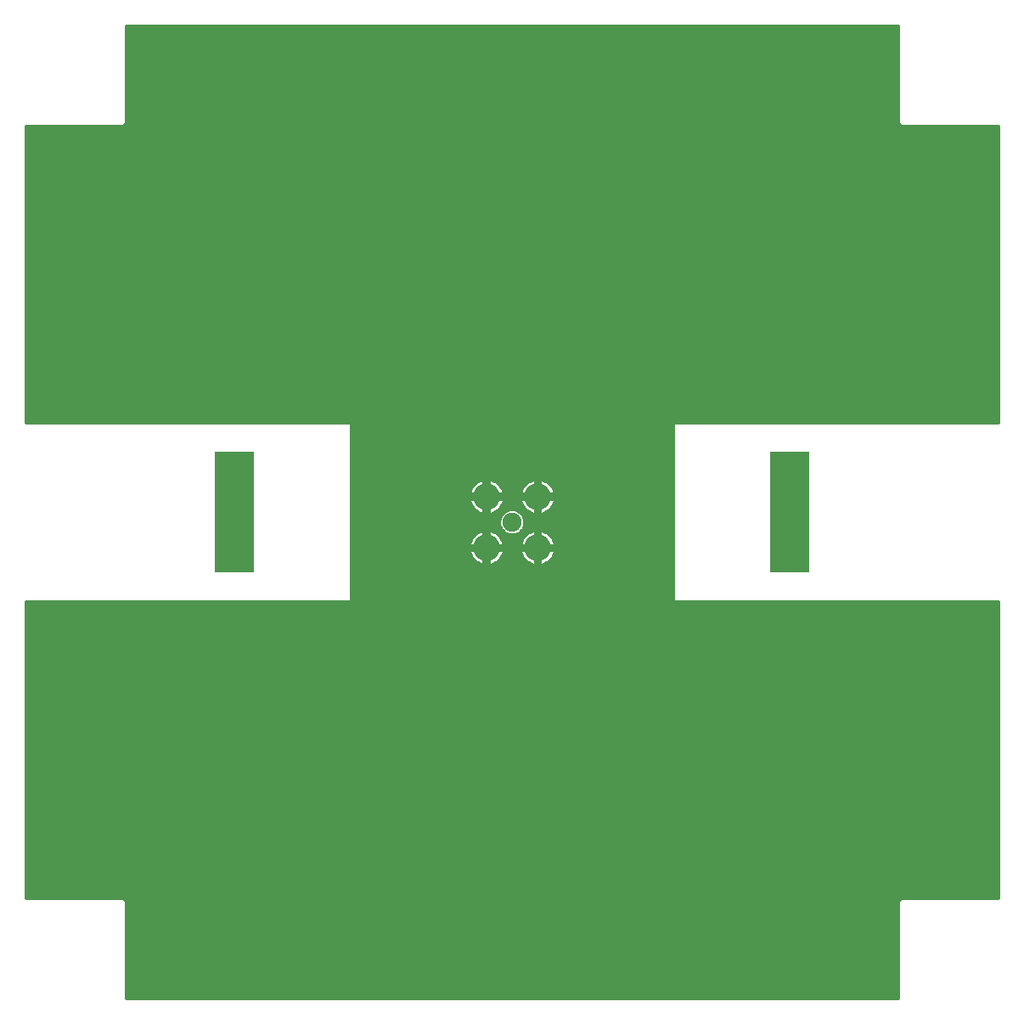
<source format=gbl>
G75*
%MOIN*%
%OFA0B0*%
%FSLAX24Y24*%
%IPPOS*%
%LPD*%
%AMOC8*
5,1,8,0,0,1.08239X$1,22.5*
%
%ADD10C,0.0750*%
%ADD11C,0.1050*%
%ADD12R,0.1575X0.4724*%
%ADD13C,0.1266*%
%ADD14C,0.0160*%
D10*
X019471Y019078D03*
D11*
X018467Y018074D03*
X018467Y020082D03*
X020475Y020082D03*
X020475Y018074D03*
D12*
X030377Y019471D03*
X008566Y019471D03*
D13*
X008566Y019471D03*
X006479Y006479D03*
X030377Y019471D03*
X032463Y006479D03*
X032463Y032463D03*
X006479Y032463D03*
D14*
X000410Y015928D02*
X000410Y004347D01*
X004212Y004347D01*
X004347Y004212D01*
X004347Y000410D01*
X034596Y000410D01*
X034596Y004212D01*
X034730Y004347D01*
X038533Y004347D01*
X038533Y015928D01*
X025771Y015928D01*
X025771Y023015D01*
X038533Y023015D01*
X038533Y034596D01*
X034730Y034596D01*
X034596Y034730D01*
X034596Y038533D01*
X004347Y038533D01*
X004347Y034730D01*
X004212Y034596D01*
X000410Y034596D01*
X000410Y023015D01*
X013172Y023015D01*
X013172Y015928D01*
X000410Y015928D01*
X000410Y015872D02*
X038533Y015872D01*
X038533Y015713D02*
X000410Y015713D01*
X000410Y015555D02*
X038533Y015555D01*
X038533Y015396D02*
X000410Y015396D01*
X000410Y015238D02*
X038533Y015238D01*
X038533Y015079D02*
X000410Y015079D01*
X000410Y014921D02*
X038533Y014921D01*
X038533Y014762D02*
X000410Y014762D01*
X000410Y014604D02*
X038533Y014604D01*
X038533Y014445D02*
X000410Y014445D01*
X000410Y014287D02*
X038533Y014287D01*
X038533Y014128D02*
X000410Y014128D01*
X000410Y013970D02*
X038533Y013970D01*
X038533Y013811D02*
X000410Y013811D01*
X000410Y013653D02*
X038533Y013653D01*
X038533Y013494D02*
X000410Y013494D01*
X000410Y013336D02*
X038533Y013336D01*
X038533Y013177D02*
X000410Y013177D01*
X000410Y013019D02*
X038533Y013019D01*
X038533Y012860D02*
X000410Y012860D01*
X000410Y012702D02*
X038533Y012702D01*
X038533Y012543D02*
X000410Y012543D01*
X000410Y012385D02*
X038533Y012385D01*
X038533Y012226D02*
X000410Y012226D01*
X000410Y012068D02*
X038533Y012068D01*
X038533Y011909D02*
X000410Y011909D01*
X000410Y011751D02*
X038533Y011751D01*
X038533Y011592D02*
X000410Y011592D01*
X000410Y011434D02*
X038533Y011434D01*
X038533Y011275D02*
X000410Y011275D01*
X000410Y011117D02*
X038533Y011117D01*
X038533Y010958D02*
X000410Y010958D01*
X000410Y010800D02*
X038533Y010800D01*
X038533Y010641D02*
X000410Y010641D01*
X000410Y010483D02*
X038533Y010483D01*
X038533Y010324D02*
X000410Y010324D01*
X000410Y010166D02*
X038533Y010166D01*
X038533Y010007D02*
X000410Y010007D01*
X000410Y009849D02*
X038533Y009849D01*
X038533Y009690D02*
X000410Y009690D01*
X000410Y009532D02*
X038533Y009532D01*
X038533Y009373D02*
X000410Y009373D01*
X000410Y009215D02*
X038533Y009215D01*
X038533Y009056D02*
X000410Y009056D01*
X000410Y008898D02*
X038533Y008898D01*
X038533Y008739D02*
X000410Y008739D01*
X000410Y008581D02*
X038533Y008581D01*
X038533Y008422D02*
X000410Y008422D01*
X000410Y008264D02*
X038533Y008264D01*
X038533Y008105D02*
X000410Y008105D01*
X000410Y007947D02*
X038533Y007947D01*
X038533Y007788D02*
X000410Y007788D01*
X000410Y007630D02*
X038533Y007630D01*
X038533Y007471D02*
X000410Y007471D01*
X000410Y007313D02*
X038533Y007313D01*
X038533Y007154D02*
X000410Y007154D01*
X000410Y006996D02*
X038533Y006996D01*
X038533Y006837D02*
X000410Y006837D01*
X000410Y006679D02*
X038533Y006679D01*
X038533Y006520D02*
X000410Y006520D01*
X000410Y006362D02*
X038533Y006362D01*
X038533Y006203D02*
X000410Y006203D01*
X000410Y006045D02*
X038533Y006045D01*
X038533Y005886D02*
X000410Y005886D01*
X000410Y005728D02*
X038533Y005728D01*
X038533Y005569D02*
X000410Y005569D01*
X000410Y005411D02*
X038533Y005411D01*
X038533Y005252D02*
X000410Y005252D01*
X000410Y005094D02*
X038533Y005094D01*
X038533Y004935D02*
X000410Y004935D01*
X000410Y004777D02*
X038533Y004777D01*
X038533Y004618D02*
X000410Y004618D01*
X000410Y004460D02*
X038533Y004460D01*
X034684Y004301D02*
X004258Y004301D01*
X004347Y004143D02*
X034596Y004143D01*
X034596Y003984D02*
X004347Y003984D01*
X004347Y003826D02*
X034596Y003826D01*
X034596Y003667D02*
X004347Y003667D01*
X004347Y003509D02*
X034596Y003509D01*
X034596Y003350D02*
X004347Y003350D01*
X004347Y003192D02*
X034596Y003192D01*
X034596Y003033D02*
X004347Y003033D01*
X004347Y002875D02*
X034596Y002875D01*
X034596Y002716D02*
X004347Y002716D01*
X004347Y002558D02*
X034596Y002558D01*
X034596Y002399D02*
X004347Y002399D01*
X004347Y002241D02*
X034596Y002241D01*
X034596Y002082D02*
X004347Y002082D01*
X004347Y001924D02*
X034596Y001924D01*
X034596Y001765D02*
X004347Y001765D01*
X004347Y001607D02*
X034596Y001607D01*
X034596Y001448D02*
X004347Y001448D01*
X004347Y001290D02*
X034596Y001290D01*
X034596Y001131D02*
X004347Y001131D01*
X004347Y000973D02*
X034596Y000973D01*
X034596Y000814D02*
X004347Y000814D01*
X004347Y000656D02*
X034596Y000656D01*
X034596Y000497D02*
X004347Y000497D01*
X013172Y016030D02*
X025771Y016030D01*
X025771Y016189D02*
X013172Y016189D01*
X013172Y016347D02*
X025771Y016347D01*
X025771Y016506D02*
X013172Y016506D01*
X013172Y016664D02*
X025771Y016664D01*
X025771Y016823D02*
X013172Y016823D01*
X013172Y016981D02*
X025771Y016981D01*
X025771Y017140D02*
X013172Y017140D01*
X013172Y017298D02*
X025771Y017298D01*
X025771Y017457D02*
X020816Y017457D01*
X020788Y017440D02*
X020868Y017486D01*
X020941Y017543D01*
X021006Y017608D01*
X021063Y017681D01*
X021109Y017761D01*
X021144Y017847D01*
X021168Y017936D01*
X021176Y017994D01*
X020555Y017994D01*
X020555Y018154D01*
X020395Y018154D01*
X020395Y018774D01*
X020337Y018767D01*
X020248Y018743D01*
X020163Y018707D01*
X020083Y018661D01*
X020009Y018605D01*
X019944Y018540D01*
X019888Y018466D01*
X019842Y018386D01*
X019806Y018301D01*
X019782Y018212D01*
X019775Y018154D01*
X020395Y018154D01*
X020395Y017994D01*
X019775Y017994D01*
X019782Y017936D01*
X019806Y017847D01*
X019842Y017761D01*
X019888Y017681D01*
X019944Y017608D01*
X020009Y017543D01*
X020083Y017486D01*
X020163Y017440D01*
X020248Y017405D01*
X020337Y017381D01*
X020395Y017373D01*
X020395Y017994D01*
X020555Y017994D01*
X020555Y017373D01*
X020613Y017381D01*
X020702Y017405D01*
X020788Y017440D01*
X020555Y017457D02*
X020395Y017457D01*
X020395Y017615D02*
X020555Y017615D01*
X020555Y017774D02*
X020395Y017774D01*
X020395Y017932D02*
X020555Y017932D01*
X020555Y018091D02*
X025771Y018091D01*
X025771Y018249D02*
X021158Y018249D01*
X021168Y018212D02*
X021144Y018301D01*
X021109Y018386D01*
X021063Y018466D01*
X021006Y018540D01*
X020941Y018605D01*
X020868Y018661D01*
X020788Y018707D01*
X020702Y018743D01*
X020613Y018767D01*
X020555Y018774D01*
X020555Y018154D01*
X021176Y018154D01*
X021168Y018212D01*
X021097Y018408D02*
X025771Y018408D01*
X025771Y018566D02*
X020980Y018566D01*
X020746Y018725D02*
X025771Y018725D01*
X025771Y018883D02*
X019948Y018883D01*
X019986Y018975D02*
X019908Y018786D01*
X019763Y018641D01*
X019574Y018563D01*
X019369Y018563D01*
X019180Y018641D01*
X019035Y018786D01*
X018956Y018975D01*
X018956Y019180D01*
X019035Y019369D01*
X019180Y019514D01*
X019369Y019593D01*
X019574Y019593D01*
X019763Y019514D01*
X019908Y019369D01*
X019986Y019180D01*
X019986Y018975D01*
X019986Y019042D02*
X025771Y019042D01*
X025771Y019200D02*
X019978Y019200D01*
X019912Y019359D02*
X025771Y019359D01*
X025771Y019517D02*
X020898Y019517D01*
X020868Y019494D02*
X020941Y019550D01*
X021006Y019616D01*
X021063Y019689D01*
X021109Y019769D01*
X021144Y019854D01*
X021168Y019944D01*
X021176Y020002D01*
X020555Y020002D01*
X020555Y020162D01*
X020395Y020162D01*
X020395Y020782D01*
X020337Y020774D01*
X020248Y020751D01*
X020163Y020715D01*
X020083Y020669D01*
X020009Y020613D01*
X019944Y020547D01*
X019888Y020474D01*
X019842Y020394D01*
X019806Y020309D01*
X019782Y020219D01*
X019775Y020162D01*
X020395Y020162D01*
X020395Y020002D01*
X019775Y020002D01*
X019782Y019944D01*
X019806Y019854D01*
X019842Y019769D01*
X019888Y019689D01*
X019944Y019616D01*
X020009Y019550D01*
X020083Y019494D01*
X020163Y019448D01*
X020248Y019413D01*
X020337Y019389D01*
X020395Y019381D01*
X020395Y020002D01*
X020555Y020002D01*
X020555Y019381D01*
X020613Y019389D01*
X020702Y019413D01*
X020788Y019448D01*
X020868Y019494D01*
X021052Y019676D02*
X025771Y019676D01*
X025771Y019834D02*
X021136Y019834D01*
X021175Y019993D02*
X025771Y019993D01*
X025771Y020151D02*
X020555Y020151D01*
X020555Y020162D02*
X021176Y020162D01*
X021168Y020219D01*
X021144Y020309D01*
X021109Y020394D01*
X021063Y020474D01*
X021006Y020547D01*
X020941Y020613D01*
X020868Y020669D01*
X020788Y020715D01*
X020702Y020751D01*
X020613Y020774D01*
X020555Y020782D01*
X020555Y020162D01*
X020555Y020310D02*
X020395Y020310D01*
X020395Y020468D02*
X020555Y020468D01*
X020555Y020627D02*
X020395Y020627D01*
X020027Y020627D02*
X018915Y020627D01*
X018933Y020613D02*
X018860Y020669D01*
X018780Y020715D01*
X018695Y020751D01*
X018605Y020774D01*
X018547Y020782D01*
X018547Y020162D01*
X018387Y020162D01*
X018387Y020782D01*
X018330Y020774D01*
X018240Y020751D01*
X018155Y020715D01*
X018075Y020669D01*
X018002Y020613D01*
X017936Y020547D01*
X017880Y020474D01*
X017834Y020394D01*
X017798Y020309D01*
X017775Y020219D01*
X017767Y020162D01*
X018387Y020162D01*
X018387Y020002D01*
X017767Y020002D01*
X017775Y019944D01*
X017798Y019854D01*
X017834Y019769D01*
X017880Y019689D01*
X017936Y019616D01*
X018002Y019550D01*
X018075Y019494D01*
X018155Y019448D01*
X018240Y019413D01*
X018330Y019389D01*
X018387Y019381D01*
X018387Y020002D01*
X018547Y020002D01*
X018547Y019381D01*
X018605Y019389D01*
X018695Y019413D01*
X018780Y019448D01*
X018860Y019494D01*
X018933Y019550D01*
X018999Y019616D01*
X019055Y019689D01*
X019101Y019769D01*
X019136Y019854D01*
X019160Y019944D01*
X019168Y020002D01*
X018547Y020002D01*
X018547Y020162D01*
X019168Y020162D01*
X019160Y020219D01*
X019136Y020309D01*
X019136Y020310D02*
X019807Y020310D01*
X019884Y020468D02*
X019058Y020468D01*
X019055Y020474D02*
X018999Y020547D01*
X018933Y020613D01*
X019055Y020474D02*
X019101Y020394D01*
X019136Y020309D01*
X019167Y019993D02*
X019776Y019993D01*
X019815Y019834D02*
X019128Y019834D01*
X019045Y019676D02*
X019898Y019676D01*
X019756Y019517D02*
X020053Y019517D01*
X020395Y019517D02*
X020555Y019517D01*
X020555Y019676D02*
X020395Y019676D01*
X020395Y019834D02*
X020555Y019834D01*
X020555Y019993D02*
X020395Y019993D01*
X020395Y020151D02*
X018547Y020151D01*
X018547Y019993D02*
X018387Y019993D01*
X018387Y020151D02*
X013172Y020151D01*
X013172Y019993D02*
X017768Y019993D01*
X017807Y019834D02*
X013172Y019834D01*
X013172Y019676D02*
X017890Y019676D01*
X018045Y019517D02*
X013172Y019517D01*
X013172Y019359D02*
X019030Y019359D01*
X018965Y019200D02*
X013172Y019200D01*
X013172Y019042D02*
X018956Y019042D01*
X018995Y018883D02*
X013172Y018883D01*
X013172Y018725D02*
X018196Y018725D01*
X018155Y018707D02*
X018075Y018661D01*
X018002Y018605D01*
X017936Y018540D01*
X017880Y018466D01*
X017834Y018386D01*
X017798Y018301D01*
X017775Y018212D01*
X017767Y018154D01*
X018387Y018154D01*
X018387Y017994D01*
X017767Y017994D01*
X017775Y017936D01*
X017798Y017847D01*
X017834Y017761D01*
X017880Y017681D01*
X017936Y017608D01*
X018002Y017543D01*
X018075Y017486D01*
X018155Y017440D01*
X018240Y017405D01*
X018330Y017381D01*
X018387Y017373D01*
X018387Y017994D01*
X018547Y017994D01*
X018547Y017373D01*
X018605Y017381D01*
X018695Y017405D01*
X018780Y017440D01*
X018860Y017486D01*
X018933Y017543D01*
X018999Y017608D01*
X019055Y017681D01*
X019101Y017761D01*
X019136Y017847D01*
X019160Y017936D01*
X019168Y017994D01*
X018547Y017994D01*
X018547Y018154D01*
X018387Y018154D01*
X018387Y018774D01*
X018330Y018767D01*
X018240Y018743D01*
X018155Y018707D01*
X018387Y018725D02*
X018547Y018725D01*
X018547Y018774D02*
X018605Y018767D01*
X018695Y018743D01*
X018780Y018707D01*
X018860Y018661D01*
X018933Y018605D01*
X018999Y018540D01*
X019055Y018466D01*
X019101Y018386D01*
X019136Y018301D01*
X019160Y018212D01*
X019168Y018154D01*
X018547Y018154D01*
X018547Y018774D01*
X018739Y018725D02*
X019096Y018725D01*
X018972Y018566D02*
X019361Y018566D01*
X019582Y018566D02*
X019971Y018566D01*
X019854Y018408D02*
X019089Y018408D01*
X019150Y018249D02*
X019792Y018249D01*
X019783Y017932D02*
X019159Y017932D01*
X019106Y017774D02*
X019837Y017774D01*
X019939Y017615D02*
X019004Y017615D01*
X018808Y017457D02*
X020134Y017457D01*
X020395Y018091D02*
X018547Y018091D01*
X018547Y018249D02*
X018387Y018249D01*
X018387Y018091D02*
X013172Y018091D01*
X013172Y018249D02*
X017785Y018249D01*
X017846Y018408D02*
X013172Y018408D01*
X013172Y018566D02*
X017963Y018566D01*
X018387Y018566D02*
X018547Y018566D01*
X018547Y018408D02*
X018387Y018408D01*
X018387Y017932D02*
X018547Y017932D01*
X018547Y017774D02*
X018387Y017774D01*
X018387Y017615D02*
X018547Y017615D01*
X018547Y017457D02*
X018387Y017457D01*
X018126Y017457D02*
X013172Y017457D01*
X013172Y017615D02*
X017931Y017615D01*
X017829Y017774D02*
X013172Y017774D01*
X013172Y017932D02*
X017776Y017932D01*
X018387Y019517D02*
X018547Y019517D01*
X018547Y019676D02*
X018387Y019676D01*
X018387Y019834D02*
X018547Y019834D01*
X018890Y019517D02*
X019186Y019517D01*
X018547Y020310D02*
X018387Y020310D01*
X018387Y020468D02*
X018547Y020468D01*
X018547Y020627D02*
X018387Y020627D01*
X018020Y020627D02*
X013172Y020627D01*
X013172Y020785D02*
X025771Y020785D01*
X025771Y020627D02*
X020923Y020627D01*
X021066Y020468D02*
X025771Y020468D01*
X025771Y020310D02*
X021144Y020310D01*
X020555Y018725D02*
X020395Y018725D01*
X020395Y018566D02*
X020555Y018566D01*
X020555Y018408D02*
X020395Y018408D01*
X020395Y018249D02*
X020555Y018249D01*
X021012Y017615D02*
X025771Y017615D01*
X025771Y017774D02*
X021114Y017774D01*
X021167Y017932D02*
X025771Y017932D01*
X025771Y020944D02*
X013172Y020944D01*
X013172Y021102D02*
X025771Y021102D01*
X025771Y021261D02*
X013172Y021261D01*
X013172Y021419D02*
X025771Y021419D01*
X025771Y021578D02*
X013172Y021578D01*
X013172Y021736D02*
X025771Y021736D01*
X025771Y021895D02*
X013172Y021895D01*
X013172Y022053D02*
X025771Y022053D01*
X025771Y022212D02*
X013172Y022212D01*
X013172Y022370D02*
X025771Y022370D01*
X025771Y022529D02*
X013172Y022529D01*
X013172Y022687D02*
X025771Y022687D01*
X025771Y022846D02*
X013172Y022846D01*
X013172Y023004D02*
X025771Y023004D01*
X020204Y018725D02*
X019847Y018725D01*
X017799Y020310D02*
X013172Y020310D01*
X013172Y020468D02*
X017877Y020468D01*
X004347Y034733D02*
X034596Y034733D01*
X034596Y034892D02*
X004347Y034892D01*
X004347Y035050D02*
X034596Y035050D01*
X034596Y035209D02*
X004347Y035209D01*
X004347Y035367D02*
X034596Y035367D01*
X034596Y035526D02*
X004347Y035526D01*
X004347Y035684D02*
X034596Y035684D01*
X034596Y035843D02*
X004347Y035843D01*
X004347Y036001D02*
X034596Y036001D01*
X034596Y036160D02*
X004347Y036160D01*
X004347Y036318D02*
X034596Y036318D01*
X034596Y036477D02*
X004347Y036477D01*
X004347Y036635D02*
X034596Y036635D01*
X034596Y036794D02*
X004347Y036794D01*
X004347Y036952D02*
X034596Y036952D01*
X034596Y037111D02*
X004347Y037111D01*
X004347Y037269D02*
X034596Y037269D01*
X034596Y037428D02*
X004347Y037428D01*
X004347Y037586D02*
X034596Y037586D01*
X034596Y037745D02*
X004347Y037745D01*
X004347Y037903D02*
X034596Y037903D01*
X034596Y038062D02*
X004347Y038062D01*
X004347Y038220D02*
X034596Y038220D01*
X034596Y038379D02*
X004347Y038379D01*
X000410Y034575D02*
X038533Y034575D01*
X038533Y034416D02*
X000410Y034416D01*
X000410Y034258D02*
X038533Y034258D01*
X038533Y034099D02*
X000410Y034099D01*
X000410Y033941D02*
X038533Y033941D01*
X038533Y033782D02*
X000410Y033782D01*
X000410Y033624D02*
X038533Y033624D01*
X038533Y033465D02*
X000410Y033465D01*
X000410Y033307D02*
X038533Y033307D01*
X038533Y033148D02*
X000410Y033148D01*
X000410Y032990D02*
X038533Y032990D01*
X038533Y032831D02*
X000410Y032831D01*
X000410Y032673D02*
X038533Y032673D01*
X038533Y032514D02*
X000410Y032514D01*
X000410Y032356D02*
X038533Y032356D01*
X038533Y032197D02*
X000410Y032197D01*
X000410Y032039D02*
X038533Y032039D01*
X038533Y031880D02*
X000410Y031880D01*
X000410Y031722D02*
X038533Y031722D01*
X038533Y031563D02*
X000410Y031563D01*
X000410Y031405D02*
X038533Y031405D01*
X038533Y031246D02*
X000410Y031246D01*
X000410Y031088D02*
X038533Y031088D01*
X038533Y030929D02*
X000410Y030929D01*
X000410Y030771D02*
X038533Y030771D01*
X038533Y030612D02*
X000410Y030612D01*
X000410Y030454D02*
X038533Y030454D01*
X038533Y030295D02*
X000410Y030295D01*
X000410Y030137D02*
X038533Y030137D01*
X038533Y029978D02*
X000410Y029978D01*
X000410Y029820D02*
X038533Y029820D01*
X038533Y029661D02*
X000410Y029661D01*
X000410Y029503D02*
X038533Y029503D01*
X038533Y029344D02*
X000410Y029344D01*
X000410Y029186D02*
X038533Y029186D01*
X038533Y029027D02*
X000410Y029027D01*
X000410Y028869D02*
X038533Y028869D01*
X038533Y028710D02*
X000410Y028710D01*
X000410Y028552D02*
X038533Y028552D01*
X038533Y028393D02*
X000410Y028393D01*
X000410Y028235D02*
X038533Y028235D01*
X038533Y028076D02*
X000410Y028076D01*
X000410Y027918D02*
X038533Y027918D01*
X038533Y027759D02*
X000410Y027759D01*
X000410Y027601D02*
X038533Y027601D01*
X038533Y027442D02*
X000410Y027442D01*
X000410Y027284D02*
X038533Y027284D01*
X038533Y027125D02*
X000410Y027125D01*
X000410Y026967D02*
X038533Y026967D01*
X038533Y026808D02*
X000410Y026808D01*
X000410Y026650D02*
X038533Y026650D01*
X038533Y026491D02*
X000410Y026491D01*
X000410Y026333D02*
X038533Y026333D01*
X038533Y026174D02*
X000410Y026174D01*
X000410Y026016D02*
X038533Y026016D01*
X038533Y025857D02*
X000410Y025857D01*
X000410Y025699D02*
X038533Y025699D01*
X038533Y025540D02*
X000410Y025540D01*
X000410Y025382D02*
X038533Y025382D01*
X038533Y025223D02*
X000410Y025223D01*
X000410Y025065D02*
X038533Y025065D01*
X038533Y024906D02*
X000410Y024906D01*
X000410Y024748D02*
X038533Y024748D01*
X038533Y024589D02*
X000410Y024589D01*
X000410Y024431D02*
X038533Y024431D01*
X038533Y024272D02*
X000410Y024272D01*
X000410Y024114D02*
X038533Y024114D01*
X038533Y023955D02*
X000410Y023955D01*
X000410Y023797D02*
X038533Y023797D01*
X038533Y023638D02*
X000410Y023638D01*
X000410Y023480D02*
X038533Y023480D01*
X038533Y023321D02*
X000410Y023321D01*
X000410Y023163D02*
X038533Y023163D01*
M02*

</source>
